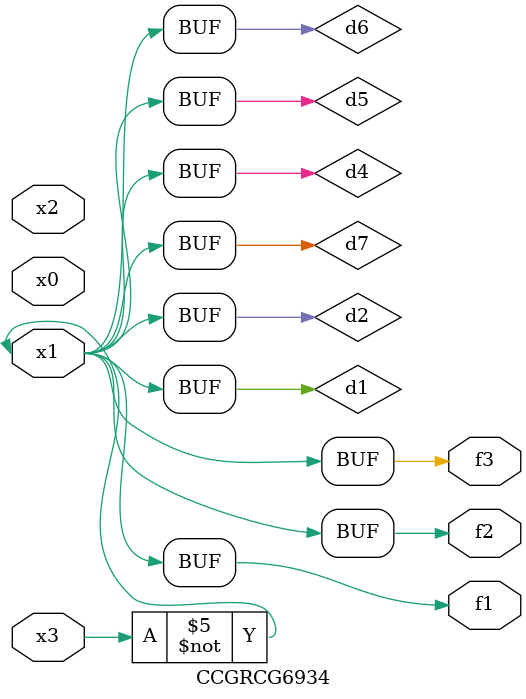
<source format=v>
module CCGRCG6934(
	input x0, x1, x2, x3,
	output f1, f2, f3
);

	wire d1, d2, d3, d4, d5, d6, d7;

	not (d1, x3);
	buf (d2, x1);
	xnor (d3, d1, d2);
	nor (d4, d1);
	buf (d5, d1, d2);
	buf (d6, d4, d5);
	nand (d7, d4);
	assign f1 = d6;
	assign f2 = d7;
	assign f3 = d6;
endmodule

</source>
